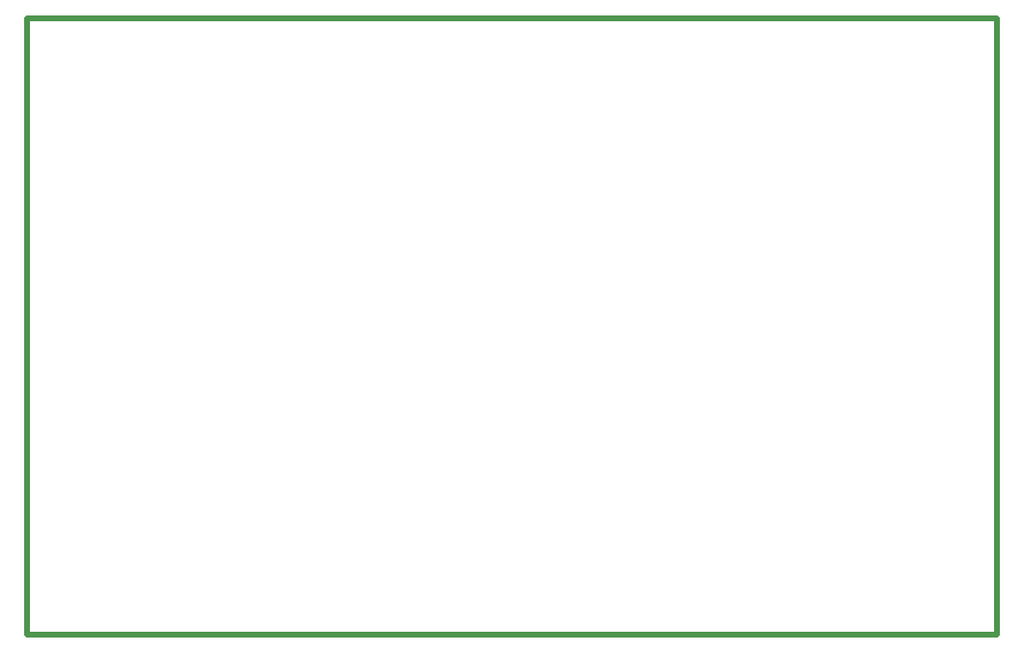
<source format=gm1>
%FSTAX24Y24*%
%MOMM*%
%SFA1B1*%

%IPPOS*%
%ADD21C,0.499999*%
%LNio-testing-mezzanine-1*%
%LPD*%
G54D21*
X099999Y099999D02*
X949999D01*
X099999Y639999D02*
X949999D01*
Y099999D02*
Y639999D01*
X099999Y099999D02*
Y639999D01*
M02*
</source>
